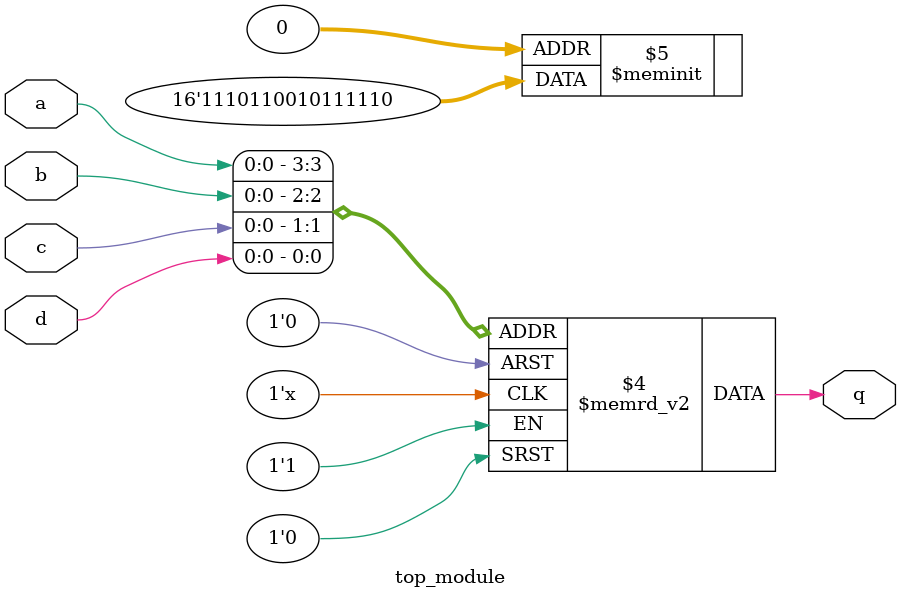
<source format=sv>
module top_module (
    input a,
    input b,
    input c,
    input d,
    output q
);

    always @(*) begin
        case({a, b, c, d})
            4'b0000: q = 1'b0;
            4'b0001: q = 1'b1;
            4'b0010: q = 1'b1;
            4'b0011: q = 1'b1;
            4'b0100: q = 1'b1;
            4'b0101: q = 1'b1;
            4'b0110: q = 1'b0;
            4'b0111: q = 1'b1;
            4'b1000: q = 1'b0;
            4'b1001: q = 1'b0;
            4'b1010: q = 1'b1;
            4'b1011: q = 1'b1;
            4'b1100: q = 1'b0;
            4'b1101: q = 1'b1;
            4'b1110: q = 1'b1;
            4'b1111: q = 1'b1;
        endcase
    end

endmodule

</source>
